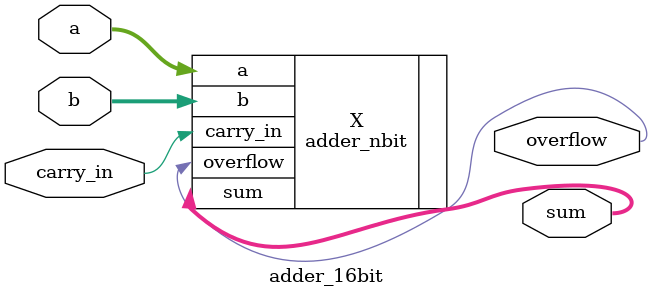
<source format=sv>

module adder_16bit
(
	input wire [15:0] a,
	input wire [15:0] b,
	input wire carry_in,
	output wire [15:0] sum,
	output wire overflow
);
	adder_nbit #(16) X(.a(a[15:0]), .b(b[15:0]), .carry_in(carry_in), .sum(sum[15:0]), .overflow(overflow));
	// STUDENT: Fill in the correct port map with parameter override syntax for using your n-bit ripple carry adder design to be an 8-bit ripple carry adder design
endmodule

</source>
